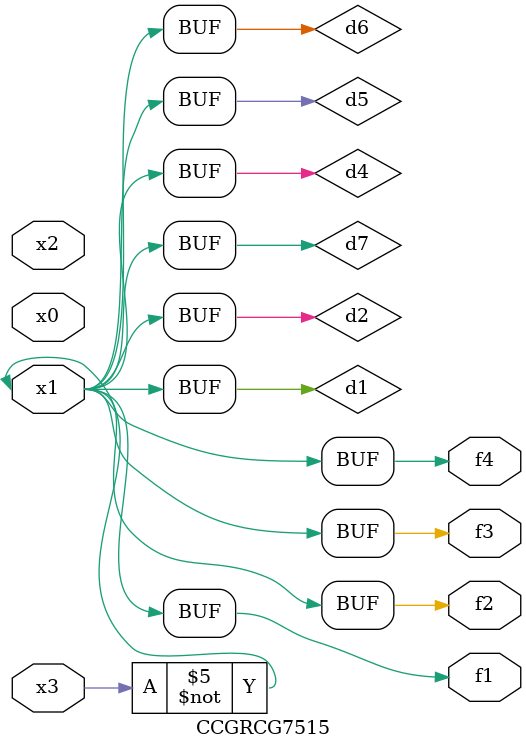
<source format=v>
module CCGRCG7515(
	input x0, x1, x2, x3,
	output f1, f2, f3, f4
);

	wire d1, d2, d3, d4, d5, d6, d7;

	not (d1, x3);
	buf (d2, x1);
	xnor (d3, d1, d2);
	nor (d4, d1);
	buf (d5, d1, d2);
	buf (d6, d4, d5);
	nand (d7, d4);
	assign f1 = d6;
	assign f2 = d7;
	assign f3 = d6;
	assign f4 = d6;
endmodule

</source>
